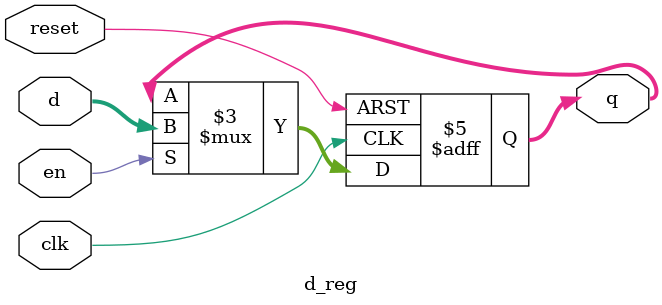
<source format=v>
module d_reg#(parameter WIDTH=8)
    (input clk, reset, en, 
     input [WIDTH-1:0]d, 
     output reg[WIDTH-1:0]q);

   
always@(posedge clk, posedge reset)
    if(reset) q<=0;
    else if(en) q<=d;     
    else q<=q;
    
endmodule

</source>
